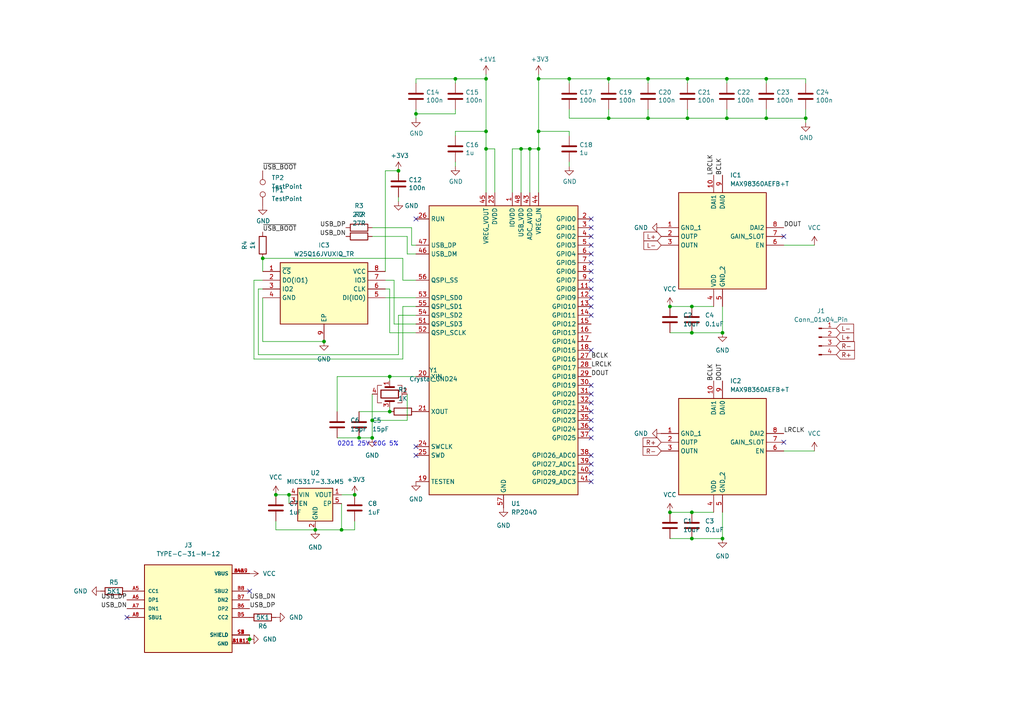
<source format=kicad_sch>
(kicad_sch (version 20230121) (generator eeschema)
  (paper "A4")
  (lib_symbols
    (symbol "Connector:Conn_01x04_Pin" (pin_names (offset 1.016) hide)
      (property "Reference" "J" (at 0 5.08 0))
      (property "Value" "Conn_01x04_Pin" (at 0 -7.62 0))
      (symbol "Conn_01x04_Pin_1_1"
        (polyline (pts (xy 1.27 -5.08) (xy 0.8636 -5.08)) (stroke (width 0.1524)))
        (polyline (pts (xy 1.27 -2.54) (xy 0.8636 -2.54)) (stroke (width 0.1524)))
        (polyline (pts (xy 1.27 0) (xy 0.8636 0)) (stroke (width 0.1524)))
        (polyline (pts (xy 1.27 2.54) (xy 0.8636 2.54)) (stroke (width 0.1524)))
        (rectangle (start 0.8636 -4.953) (end 0 -5.207) (stroke (width 0.1524)) (fill (type outline)))
        (rectangle (start 0.8636 -2.413) (end 0 -2.667) (stroke (width 0.1524)) (fill (type outline)))
        (rectangle (start 0.8636 0.127) (end 0 -0.127) (stroke (width 0.1524)) (fill (type outline)))
        (rectangle (start 0.8636 2.667) (end 0 2.413) (stroke (width 0.1524)) (fill (type outline)))
        (pin passive line (at 5.08 2.54 180) (length 3.81) (name "Pin_1") (number "1"))
        (pin passive line (at 5.08 0 180) (length 3.81) (name "Pin_2") (number "2"))
        (pin passive line (at 5.08 -2.54 180) (length 3.81) (name "Pin_3") (number "3"))
        (pin passive line (at 5.08 -5.08 180) (length 3.81) (name "Pin_4") (number "4"))
      )
    )
    (symbol "Connector:TestPoint" (pin_numbers hide) (pin_names (offset 0.762) hide)
      (property "Reference" "TP" (at 0 6.858 0))
      (property "Value" "TestPoint" (at 0 5.08 0))
      (symbol "TestPoint_0_1"
        (circle (center 0 3.302) (radius 0.762))
      )
      (symbol "TestPoint_1_1"
        (pin passive line (at 0 0 90) (length 2.54) (name "1") (number "1"))
      )
    )
    (symbol "Device:C" (pin_numbers hide) (pin_names (offset 0.254))
      (property "Reference" "C" (at 0.635 2.54 0))
      (property "Value" "C" (at 0.635 -2.54 0))
      (symbol "C_0_1"
        (polyline (pts (xy -2.032 -0.762) (xy 2.032 -0.762)) (stroke (width 0.508)))
        (polyline (pts (xy -2.032 0.762) (xy 2.032 0.762)) (stroke (width 0.508)))
      )
      (symbol "C_1_1"
        (pin passive line (at 0 3.81 270) (length 2.794) (name "~") (number "1"))
        (pin passive line (at 0 -3.81 90) (length 2.794) (name "~") (number "2"))
      )
    )
    (symbol "Device:Crystal_GND24" (pin_names (offset 1.016) hide)
      (property "Reference" "Y" (at 3.175 5.08 0))
      (property "Value" "Crystal_GND24" (at 3.175 3.175 0))
      (symbol "Crystal_GND24_0_1"
        (rectangle (start -1.143 2.54) (end 1.143 -2.54) (stroke (width 0.3048)))
        (polyline (pts (xy -2.54 0) (xy -2.032 0)))
        (polyline (pts (xy -2.032 -1.27) (xy -2.032 1.27)) (stroke (width 0.508)))
        (polyline (pts (xy 0 -3.81) (xy 0 -3.556)))
        (polyline (pts (xy 0 3.556) (xy 0 3.81)))
        (polyline (pts (xy 2.032 -1.27) (xy 2.032 1.27)) (stroke (width 0.508)))
        (polyline (pts (xy 2.032 0) (xy 2.54 0)))
        (polyline (pts (xy -2.54 -2.286) (xy -2.54 -3.556) (xy 2.54 -3.556) (xy 2.54 -2.286)))
        (polyline (pts (xy -2.54 2.286) (xy -2.54 3.556) (xy 2.54 3.556) (xy 2.54 2.286)))
      )
      (symbol "Crystal_GND24_1_1"
        (pin passive line (at -3.81 0 0) (length 1.27) (name "1") (number "1"))
        (pin passive line (at 0 5.08 270) (length 1.27) (name "2") (number "2"))
        (pin passive line (at 3.81 0 180) (length 1.27) (name "3") (number "3"))
        (pin passive line (at 0 -5.08 90) (length 1.27) (name "4") (number "4"))
      )
    )
    (symbol "Device:R" (pin_numbers hide) (pin_names (offset 0))
      (property "Reference" "R" (at 2.032 0 90))
      (property "Value" "R" (at 0 0 90))
      (symbol "R_0_1"
        (rectangle (start -1.016 -2.54) (end 1.016 2.54) (stroke (width 0.254)))
      )
      (symbol "R_1_1"
        (pin passive line (at 0 3.81 270) (length 1.27) (name "~") (number "1"))
        (pin passive line (at 0 -3.81 90) (length 1.27) (name "~") (number "2"))
      )
    )
    (symbol "MCU_RaspberryPi:RP2040"
      (property "Reference" "U" (at 17.78 45.72 0))
      (property "Value" "RP2040" (at 17.78 43.18 0))
      (symbol "RP2040_0_1"
        (rectangle (start -21.59 41.91) (end 21.59 -41.91) (stroke (width 0.254)) (fill (type background)))
      )
      (symbol "RP2040_1_1"
        (pin power_in line (at 2.54 45.72 270) (length 3.81) (name "IOVDD") (number "1"))
        (pin passive line (at 2.54 45.72 270) (length 3.81) hide (name "IOVDD") (number "10"))
        (pin bidirectional line (at 25.4 17.78 180) (length 3.81) (name "GPIO8") (number "11"))
        (pin bidirectional line (at 25.4 15.24 180) (length 3.81) (name "GPIO9") (number "12"))
        (pin bidirectional line (at 25.4 12.7 180) (length 3.81) (name "GPIO10") (number "13"))
        (pin bidirectional line (at 25.4 10.16 180) (length 3.81) (name "GPIO11") (number "14"))
        (pin bidirectional line (at 25.4 7.62 180) (length 3.81) (name "GPIO12") (number "15"))
        (pin bidirectional line (at 25.4 5.08 180) (length 3.81) (name "GPIO13") (number "16"))
        (pin bidirectional line (at 25.4 2.54 180) (length 3.81) (name "GPIO14") (number "17"))
        (pin bidirectional line (at 25.4 0 180) (length 3.81) (name "GPIO15") (number "18"))
        (pin input line (at -25.4 -38.1 0) (length 3.81) (name "TESTEN") (number "19"))
        (pin bidirectional line (at 25.4 38.1 180) (length 3.81) (name "GPIO0") (number "2"))
        (pin input line (at -25.4 -7.62 0) (length 3.81) (name "XIN") (number "20"))
        (pin passive line (at -25.4 -17.78 0) (length 3.81) (name "XOUT") (number "21"))
        (pin passive line (at 2.54 45.72 270) (length 3.81) hide (name "IOVDD") (number "22"))
        (pin power_in line (at -2.54 45.72 270) (length 3.81) (name "DVDD") (number "23"))
        (pin input line (at -25.4 -27.94 0) (length 3.81) (name "SWCLK") (number "24"))
        (pin bidirectional line (at -25.4 -30.48 0) (length 3.81) (name "SWD") (number "25"))
        (pin input line (at -25.4 38.1 0) (length 3.81) (name "RUN") (number "26"))
        (pin bidirectional line (at 25.4 -2.54 180) (length 3.81) (name "GPIO16") (number "27"))
        (pin bidirectional line (at 25.4 -5.08 180) (length 3.81) (name "GPIO17") (number "28"))
        (pin bidirectional line (at 25.4 -7.62 180) (length 3.81) (name "GPIO18") (number "29"))
        (pin bidirectional line (at 25.4 35.56 180) (length 3.81) (name "GPIO1") (number "3"))
        (pin bidirectional line (at 25.4 -10.16 180) (length 3.81) (name "GPIO19") (number "30"))
        (pin bidirectional line (at 25.4 -12.7 180) (length 3.81) (name "GPIO20") (number "31"))
        (pin bidirectional line (at 25.4 -15.24 180) (length 3.81) (name "GPIO21") (number "32"))
        (pin passive line (at 2.54 45.72 270) (length 3.81) hide (name "IOVDD") (number "33"))
        (pin bidirectional line (at 25.4 -17.78 180) (length 3.81) (name "GPIO22") (number "34"))
        (pin bidirectional line (at 25.4 -20.32 180) (length 3.81) (name "GPIO23") (number "35"))
        (pin bidirectional line (at 25.4 -22.86 180) (length 3.81) (name "GPIO24") (number "36"))
        (pin bidirectional line (at 25.4 -25.4 180) (length 3.81) (name "GPIO25") (number "37"))
        (pin bidirectional line (at 25.4 -30.48 180) (length 3.81) (name "GPIO26_ADC0") (number "38"))
        (pin bidirectional line (at 25.4 -33.02 180) (length 3.81) (name "GPIO27_ADC1") (number "39"))
        (pin bidirectional line (at 25.4 33.02 180) (length 3.81) (name "GPIO2") (number "4"))
        (pin bidirectional line (at 25.4 -35.56 180) (length 3.81) (name "GPIO28_ADC2") (number "40"))
        (pin bidirectional line (at 25.4 -38.1 180) (length 3.81) (name "GPIO29_ADC3") (number "41"))
        (pin passive line (at 2.54 45.72 270) (length 3.81) hide (name "IOVDD") (number "42"))
        (pin power_in line (at 7.62 45.72 270) (length 3.81) (name "ADC_AVDD") (number "43"))
        (pin power_in line (at 10.16 45.72 270) (length 3.81) (name "VREG_IN") (number "44"))
        (pin power_out line (at -5.08 45.72 270) (length 3.81) (name "VREG_VOUT") (number "45"))
        (pin bidirectional line (at -25.4 27.94 0) (length 3.81) (name "USB_DM") (number "46"))
        (pin bidirectional line (at -25.4 30.48 0) (length 3.81) (name "USB_DP") (number "47"))
        (pin power_in line (at 5.08 45.72 270) (length 3.81) (name "USB_VDD") (number "48"))
        (pin passive line (at 2.54 45.72 270) (length 3.81) hide (name "IOVDD") (number "49"))
        (pin bidirectional line (at 25.4 30.48 180) (length 3.81) (name "GPIO3") (number "5"))
        (pin passive line (at -2.54 45.72 270) (length 3.81) hide (name "DVDD") (number "50"))
        (pin bidirectional line (at -25.4 7.62 0) (length 3.81) (name "QSPI_SD3") (number "51"))
        (pin output line (at -25.4 5.08 0) (length 3.81) (name "QSPI_SCLK") (number "52"))
        (pin bidirectional line (at -25.4 15.24 0) (length 3.81) (name "QSPI_SD0") (number "53"))
        (pin bidirectional line (at -25.4 10.16 0) (length 3.81) (name "QSPI_SD2") (number "54"))
        (pin bidirectional line (at -25.4 12.7 0) (length 3.81) (name "QSPI_SD1") (number "55"))
        (pin bidirectional line (at -25.4 20.32 0) (length 3.81) (name "QSPI_SS") (number "56"))
        (pin power_in line (at 0 -45.72 90) (length 3.81) (name "GND") (number "57"))
        (pin bidirectional line (at 25.4 27.94 180) (length 3.81) (name "GPIO4") (number "6"))
        (pin bidirectional line (at 25.4 25.4 180) (length 3.81) (name "GPIO5") (number "7"))
        (pin bidirectional line (at 25.4 22.86 180) (length 3.81) (name "GPIO6") (number "8"))
        (pin bidirectional line (at 25.4 20.32 180) (length 3.81) (name "GPIO7") (number "9"))
      )
    )
    (symbol "Regulator_Linear:MIC5317-3.3xM5" (pin_names (offset 0.254))
      (property "Reference" "U2" (at 0 8.89 0))
      (property "Value" "MIC5317-3.3xM5" (at 0 6.35 0))
      (symbol "MIC5317-3.3xM5_0_1"
        (rectangle (start -5.08 4.445) (end 5.08 -5.08) (stroke (width 0.254)) (fill (type background)))
      )
      (symbol "MIC5317-3.3xM5_1_1"
        (pin power_out line (at 7.62 2.54 180) (length 2.54) (name "VOUT") (number "1"))
        (pin power_in line (at 0 -7.62 90) (length 2.54) (name "GND") (number "2"))
        (pin input line (at -7.62 0 0) (length 2.54) (name "EN") (number "3"))
        (pin power_in line (at -7.62 2.54 0) (length 2.54) (name "VIN") (number "4"))
        (pin free line (at 7.62 0 180) (length 2.54) (name "EP") (number "5"))
      )
    )
    (symbol "SamacSys_Parts:MAX98360AEFB+T"
      (property "Reference" "IC" (at 31.75 15.24 0))
      (property "Value" "MAX98360AEFB+T" (at 31.75 12.7 0))
      (symbol "MAX98360AEFB+T_1_1"
        (rectangle (start 5.08 10.16) (end 30.48 -17.78) (stroke (width 0.254)) (fill (type background)))
        (pin passive line (at 0 0 0) (length 5.08) (name "GND_1") (number "1"))
        (pin passive line (at 15.24 15.24 270) (length 5.08) (name "DAI1") (number "10"))
        (pin passive line (at 0 -2.54 0) (length 5.08) (name "OUTP") (number "2"))
        (pin passive line (at 0 -5.08 0) (length 5.08) (name "OUTN") (number "3"))
        (pin passive line (at 15.24 -22.86 90) (length 5.08) (name "VDD") (number "4"))
        (pin passive line (at 17.78 -22.86 90) (length 5.08) (name "GND_2") (number "5"))
        (pin passive line (at 35.56 -5.08 180) (length 5.08) (name "EN") (number "6"))
        (pin passive line (at 35.56 -2.54 180) (length 5.08) (name "GAIN_SLOT") (number "7"))
        (pin passive line (at 35.56 0 180) (length 5.08) (name "DAI2") (number "8"))
        (pin passive line (at 17.78 15.24 270) (length 5.08) (name "DAI0") (number "9"))
      )
    )
    (symbol "SamacSys_Parts:W25Q16JVUXIQ_TR"
      (property "Reference" "IC" (at 31.75 7.62 0))
      (property "Value" "W25Q16JVUXIQ_TR" (at 31.75 5.08 0))
      (symbol "W25Q16JVUXIQ_TR_1_1"
        (rectangle (start 5.08 2.54) (end 30.48 -15.24) (stroke (width 0.254)) (fill (type background)))
        (pin passive line (at 0 0 0) (length 5.08) (name "~{CS}") (number "1"))
        (pin passive line (at 0 -2.54 0) (length 5.08) (name "DO(IO1)") (number "2"))
        (pin passive line (at 0 -5.08 0) (length 5.08) (name "IO2") (number "3"))
        (pin passive line (at 0 -7.62 0) (length 5.08) (name "GND") (number "4"))
        (pin passive line (at 35.56 -7.62 180) (length 5.08) (name "DI(IO0)") (number "5"))
        (pin passive line (at 35.56 -5.08 180) (length 5.08) (name "CLK") (number "6"))
        (pin passive line (at 35.56 -2.54 180) (length 5.08) (name "IO3") (number "7"))
        (pin passive line (at 35.56 0 180) (length 5.08) (name "VCC") (number "8"))
        (pin passive line (at 17.78 -20.32 90) (length 5.08) (name "EP") (number "9"))
      )
    )
    (symbol "TYPE-C-31-M-12:TYPE-C-31-M-12" (pin_names (offset 1.016))
      (property "Reference" "J" (at -12.7 13.462 0))
      (property "Value" "TYPE-C-31-M-12" (at -12.7 -13.462 0))
      (symbol "TYPE-C-31-M-12_0_0"
        (rectangle (start -12.7 -12.7) (end 12.7 12.7) (stroke (width 0.254)) (fill (type background)))
        (pin power_in line (at 17.78 -10.16 180) (length 5.08) (name "GND") (number "A1B12"))
        (pin power_in line (at 17.78 10.16 180) (length 5.08) (name "VBUS") (number "A4B9"))
        (pin bidirectional line (at -17.78 5.08 0) (length 5.08) (name "CC1") (number "A5"))
        (pin bidirectional line (at -17.78 2.54 0) (length 5.08) (name "DP1") (number "A6"))
        (pin bidirectional line (at -17.78 0 0) (length 5.08) (name "DN1") (number "A7"))
        (pin bidirectional line (at -17.78 -2.54 0) (length 5.08) (name "SBU1") (number "A8"))
        (pin power_in line (at 17.78 -10.16 180) (length 5.08) (name "GND") (number "B1A12"))
        (pin power_in line (at 17.78 10.16 180) (length 5.08) (name "VBUS") (number "B4A9"))
        (pin bidirectional line (at 17.78 -2.54 180) (length 5.08) (name "CC2") (number "B5"))
        (pin bidirectional line (at 17.78 0 180) (length 5.08) (name "DP2") (number "B6"))
        (pin bidirectional line (at 17.78 2.54 180) (length 5.08) (name "DN2") (number "B7"))
        (pin bidirectional line (at 17.78 5.08 180) (length 5.08) (name "SBU2") (number "B8"))
        (pin passive line (at 17.78 -7.62 180) (length 5.08) (name "SHIELD") (number "S1"))
        (pin passive line (at 17.78 -7.62 180) (length 5.08) (name "SHIELD") (number "S2"))
        (pin passive line (at 17.78 -7.62 180) (length 5.08) (name "SHIELD") (number "S3"))
        (pin passive line (at 17.78 -7.62 180) (length 5.08) (name "SHIELD") (number "S4"))
      )
    )
    (symbol "power:+1V1" (power) (pin_names (offset 0))
      (property "Value" "+1V1" (at 0 3.556 0))
      (symbol "+1V1_0_1"
        (polyline (pts (xy -0.762 1.27) (xy 0 2.54)))
        (polyline (pts (xy 0 0) (xy 0 2.54)))
        (polyline (pts (xy 0 2.54) (xy 0.762 1.27)))
      )
      (symbol "+1V1_1_1"
        (pin power_in line (at 0 0 90) (length 0) hide (name "+1V1") (number "1"))
      )
    )
    (symbol "power:+3V3" (power) (pin_names (offset 0))
      (property "Value" "+3V3" (at 0 3.556 0))
      (symbol "+3V3_0_1"
        (polyline (pts (xy -0.762 1.27) (xy 0 2.54)))
        (polyline (pts (xy 0 0) (xy 0 2.54)))
        (polyline (pts (xy 0 2.54) (xy 0.762 1.27)))
      )
      (symbol "+3V3_1_1"
        (pin power_in line (at 0 0 90) (length 0) hide (name "+3V3") (number "1"))
      )
    )
    (symbol "power:GND" (power) (pin_names (offset 0))
      (property "Value" "GND" (at 0 -3.81 0))
      (symbol "GND_0_1"
        (polyline (pts (xy 0 0) (xy 0 -1.27) (xy 1.27 -1.27) (xy 0 -2.54) (xy -1.27 -1.27) (xy 0 -1.27)))
      )
      (symbol "GND_1_1"
        (pin power_in line (at 0 0 270) (length 0) hide (name "GND") (number "1"))
      )
    )
    (symbol "power:VCC" (power) (pin_names (offset 0))
      (property "Value" "VCC" (at 0 3.81 0))
      (symbol "VCC_0_1"
        (polyline (pts (xy -0.762 1.27) (xy 0 2.54)))
        (polyline (pts (xy 0 0) (xy 0 2.54)))
        (polyline (pts (xy 0 2.54) (xy 0.762 1.27)))
      )
      (symbol "VCC_1_1"
        (pin power_in line (at 0 0 90) (length 0) hide (name "VCC") (number "1"))
      )
    )
  )
  (junction (at 93.98 99.06))
  (junction (at 107.95 127))
  (junction (at 151.13 43.18))
  (junction (at 113.03 119.38))
  (junction (at 200.66 148.59))
  (junction (at 165.1 22.86))
  (junction (at 209.55 96.52))
  (junction (at 209.55 156.21))
  (junction (at 199.39 22.86))
  (junction (at 187.96 22.86))
  (junction (at 153.67 43.18))
  (junction (at 200.66 156.21))
  (junction (at 222.25 34.29))
  (junction (at 91.44 153.67))
  (junction (at 210.82 22.86))
  (junction (at 194.31 88.9))
  (junction (at 120.65 33.02))
  (junction (at 115.57 49.53))
  (junction (at 102.87 143.51))
  (junction (at 199.39 34.29))
  (junction (at 104.14 127))
  (junction (at 194.31 148.59))
  (junction (at 107.95 121.92))
  (junction (at 72.39 185.42))
  (junction (at 156.21 38.1))
  (junction (at 187.96 34.29))
  (junction (at 83.82 143.51))
  (junction (at 176.53 22.86))
  (junction (at 176.53 34.29))
  (junction (at 132.08 22.86))
  (junction (at 156.21 22.86))
  (junction (at 210.82 34.29))
  (junction (at 222.25 22.86))
  (junction (at 140.97 22.86))
  (junction (at 99.06 153.67))
  (junction (at 200.66 88.9))
  (junction (at 140.97 38.1))
  (junction (at 80.01 143.51))
  (junction (at 233.68 34.29))
  (junction (at 140.97 43.18))
  (junction (at 76.2 74.93))
  (junction (at 156.21 43.18))
  (junction (at 113.03 109.22))
  (junction (at 200.66 96.52))
  (no_connect (at 171.45 71.12))
  (no_connect (at 171.45 76.2))
  (no_connect (at 171.45 66.04))
  (no_connect (at 171.45 63.5))
  (no_connect (at 171.45 121.92))
  (no_connect (at 120.65 129.54))
  (no_connect (at 171.45 83.82))
  (no_connect (at 227.33 128.27))
  (no_connect (at 171.45 111.76))
  (no_connect (at 171.45 134.62))
  (no_connect (at 171.45 114.3))
  (no_connect (at 171.45 73.66))
  (no_connect (at 171.45 91.44))
  (no_connect (at 171.45 119.38))
  (no_connect (at 171.45 86.36))
  (no_connect (at 171.45 78.74))
  (no_connect (at 171.45 124.46))
  (no_connect (at 171.45 127))
  (no_connect (at 72.39 171.45))
  (no_connect (at 171.45 81.28))
  (no_connect (at 171.45 88.9))
  (no_connect (at 171.45 139.7))
  (no_connect (at 171.45 101.6))
  (no_connect (at 120.65 63.5))
  (no_connect (at 36.83 179.07))
  (no_connect (at 171.45 132.08))
  (no_connect (at 171.45 116.84))
  (no_connect (at 120.65 132.08))
  (no_connect (at 171.45 68.58))
  (no_connect (at 171.45 137.16))
  (no_connect (at 227.33 68.58))
  (wire (pts (xy 165.1 24.13) (xy 165.1 22.86)))
  (wire (pts (xy 227.33 71.12) (xy 236.22 71.12)))
  (wire (pts (xy 97.79 119.38) (xy 97.79 109.22)))
  (wire (pts (xy 120.65 81.28) (xy 116.84 81.28)))
  (wire (pts (xy 200.66 88.9) (xy 207.01 88.9)))
  (wire (pts (xy 165.1 31.75) (xy 165.1 34.29)))
  (wire (pts (xy 210.82 31.75) (xy 210.82 34.29)))
  (wire (pts (xy 118.11 68.58) (xy 107.95 68.58)))
  (wire (pts (xy 200.66 96.52) (xy 209.55 96.52)))
  (wire (pts (xy 120.65 22.86) (xy 132.08 22.86)))
  (wire (pts (xy 97.79 127) (xy 104.14 127)))
  (wire (pts (xy 200.66 156.21) (xy 209.55 156.21)))
  (wire (pts (xy 76.2 86.36) (xy 76.2 99.06)))
  (wire (pts (xy 199.39 24.13) (xy 199.39 22.86)))
  (wire (pts (xy 119.38 66.04) (xy 119.38 71.12)))
  (wire (pts (xy 120.65 109.22) (xy 113.03 109.22)))
  (wire (pts (xy 104.14 119.38) (xy 113.03 119.38)))
  (wire (pts (xy 104.14 127) (xy 107.95 127)))
  (wire (pts (xy 111.76 49.53) (xy 111.76 78.74)))
  (wire (pts (xy 111.76 49.53) (xy 115.57 49.53)))
  (wire (pts (xy 233.68 31.75) (xy 233.68 34.29)))
  (wire (pts (xy 140.97 43.18) (xy 140.97 55.88)))
  (wire (pts (xy 194.31 88.9) (xy 200.66 88.9)))
  (wire (pts (xy 132.08 33.02) (xy 132.08 31.75)))
  (wire (pts (xy 187.96 24.13) (xy 187.96 22.86)))
  (wire (pts (xy 156.21 38.1) (xy 165.1 38.1)))
  (wire (pts (xy 153.67 55.88) (xy 153.67 43.18)))
  (wire (pts (xy 107.95 127) (xy 107.95 121.92)))
  (wire (pts (xy 120.65 31.75) (xy 120.65 33.02)))
  (wire (pts (xy 222.25 34.29) (xy 233.68 34.29)))
  (wire (pts (xy 156.21 21.59) (xy 156.21 22.86)))
  (wire (pts (xy 116.84 74.93) (xy 76.2 74.93)))
  (wire (pts (xy 187.96 31.75) (xy 187.96 34.29)))
  (wire (pts (xy 151.13 55.88) (xy 151.13 43.18)))
  (wire (pts (xy 113.03 83.82) (xy 111.76 83.82)))
  (wire (pts (xy 115.57 102.87) (xy 115.57 91.44)))
  (wire (pts (xy 120.65 33.02) (xy 120.65 34.29)))
  (wire (pts (xy 74.93 102.87) (xy 115.57 102.87)))
  (wire (pts (xy 132.08 24.13) (xy 132.08 22.86)))
  (wire (pts (xy 151.13 43.18) (xy 153.67 43.18)))
  (wire (pts (xy 115.57 91.44) (xy 120.65 91.44)))
  (wire (pts (xy 113.03 119.38) (xy 113.03 118.11)))
  (wire (pts (xy 120.65 96.52) (xy 113.03 96.52)))
  (wire (pts (xy 113.03 96.52) (xy 113.03 83.82)))
  (wire (pts (xy 116.84 104.14) (xy 73.66 104.14)))
  (wire (pts (xy 120.65 88.9) (xy 116.84 88.9)))
  (wire (pts (xy 80.01 153.67) (xy 91.44 153.67)))
  (wire (pts (xy 176.53 22.86) (xy 187.96 22.86)))
  (wire (pts (xy 72.39 185.42) (xy 72.39 186.69)))
  (wire (pts (xy 176.53 34.29) (xy 165.1 34.29)))
  (wire (pts (xy 132.08 39.37) (xy 132.08 38.1)))
  (wire (pts (xy 118.11 73.66) (xy 118.11 68.58)))
  (wire (pts (xy 165.1 46.99) (xy 165.1 48.26)))
  (wire (pts (xy 111.76 81.28) (xy 114.3 81.28)))
  (wire (pts (xy 91.44 153.67) (xy 99.06 153.67)))
  (wire (pts (xy 143.51 43.18) (xy 140.97 43.18)))
  (wire (pts (xy 132.08 22.86) (xy 140.97 22.86)))
  (wire (pts (xy 140.97 38.1) (xy 140.97 43.18)))
  (wire (pts (xy 156.21 22.86) (xy 156.21 38.1)))
  (wire (pts (xy 165.1 39.37) (xy 165.1 38.1)))
  (wire (pts (xy 74.93 83.82) (xy 74.93 102.87)))
  (wire (pts (xy 143.51 55.88) (xy 143.51 43.18)))
  (wire (pts (xy 148.59 55.88) (xy 148.59 43.18)))
  (wire (pts (xy 99.06 153.67) (xy 102.87 153.67)))
  (wire (pts (xy 114.3 93.98) (xy 120.65 93.98)))
  (wire (pts (xy 222.25 24.13) (xy 222.25 22.86)))
  (wire (pts (xy 83.82 143.51) (xy 83.82 146.05)))
  (wire (pts (xy 140.97 22.86) (xy 140.97 38.1)))
  (wire (pts (xy 120.65 24.13) (xy 120.65 22.86)))
  (wire (pts (xy 194.31 148.59) (xy 200.66 148.59)))
  (wire (pts (xy 80.01 143.51) (xy 83.82 143.51)))
  (wire (pts (xy 115.57 57.15) (xy 115.57 58.42)))
  (wire (pts (xy 72.39 184.15) (xy 72.39 185.42)))
  (wire (pts (xy 119.38 71.12) (xy 120.65 71.12)))
  (wire (pts (xy 120.65 33.02) (xy 132.08 33.02)))
  (wire (pts (xy 140.97 21.59) (xy 140.97 22.86)))
  (wire (pts (xy 132.08 46.99) (xy 132.08 48.26)))
  (wire (pts (xy 153.67 43.18) (xy 156.21 43.18)))
  (wire (pts (xy 99.06 146.05) (xy 99.06 153.67)))
  (wire (pts (xy 80.01 151.13) (xy 80.01 153.67)))
  (wire (pts (xy 187.96 34.29) (xy 176.53 34.29)))
  (wire (pts (xy 156.21 38.1) (xy 156.21 43.18)))
  (wire (pts (xy 222.25 34.29) (xy 210.82 34.29)))
  (wire (pts (xy 73.66 104.14) (xy 73.66 81.28)))
  (wire (pts (xy 210.82 34.29) (xy 199.39 34.29)))
  (wire (pts (xy 199.39 31.75) (xy 199.39 34.29)))
  (wire (pts (xy 148.59 43.18) (xy 151.13 43.18)))
  (wire (pts (xy 210.82 22.86) (xy 222.25 22.86)))
  (wire (pts (xy 194.31 156.21) (xy 200.66 156.21)))
  (wire (pts (xy 200.66 148.59) (xy 207.01 148.59)))
  (wire (pts (xy 199.39 34.29) (xy 187.96 34.29)))
  (wire (pts (xy 99.06 143.51) (xy 102.87 143.51)))
  (wire (pts (xy 114.3 81.28) (xy 114.3 93.98)))
  (wire (pts (xy 107.95 114.3) (xy 107.95 121.92)))
  (wire (pts (xy 107.95 66.04) (xy 119.38 66.04)))
  (wire (pts (xy 165.1 22.86) (xy 176.53 22.86)))
  (wire (pts (xy 176.53 24.13) (xy 176.53 22.86)))
  (wire (pts (xy 116.84 81.28) (xy 116.84 74.93)))
  (wire (pts (xy 76.2 74.93) (xy 76.2 78.74)))
  (wire (pts (xy 156.21 43.18) (xy 156.21 55.88)))
  (wire (pts (xy 111.76 86.36) (xy 120.65 86.36)))
  (wire (pts (xy 187.96 22.86) (xy 199.39 22.86)))
  (wire (pts (xy 222.25 22.86) (xy 233.68 22.86)))
  (wire (pts (xy 107.95 121.92) (xy 118.11 121.92)))
  (wire (pts (xy 120.65 73.66) (xy 118.11 73.66)))
  (wire (pts (xy 233.68 34.29) (xy 233.68 35.56)))
  (wire (pts (xy 233.68 24.13) (xy 233.68 22.86)))
  (wire (pts (xy 194.31 96.52) (xy 200.66 96.52)))
  (wire (pts (xy 132.08 38.1) (xy 140.97 38.1)))
  (wire (pts (xy 116.84 88.9) (xy 116.84 104.14)))
  (wire (pts (xy 222.25 31.75) (xy 222.25 34.29)))
  (wire (pts (xy 199.39 22.86) (xy 210.82 22.86)))
  (wire (pts (xy 209.55 156.21) (xy 209.55 148.59)))
  (wire (pts (xy 210.82 24.13) (xy 210.82 22.86)))
  (wire (pts (xy 97.79 109.22) (xy 113.03 109.22)))
  (wire (pts (xy 76.2 83.82) (xy 74.93 83.82)))
  (wire (pts (xy 113.03 109.22) (xy 113.03 110.49)))
  (wire (pts (xy 93.98 99.06) (xy 76.2 99.06)))
  (wire (pts (xy 102.87 153.67) (xy 102.87 151.13)))
  (wire (pts (xy 118.11 114.3) (xy 118.11 121.92)))
  (wire (pts (xy 227.33 130.81) (xy 236.22 130.81)))
  (wire (pts (xy 156.21 22.86) (xy 165.1 22.86)))
  (wire (pts (xy 176.53 31.75) (xy 176.53 34.29)))
  (wire (pts (xy 73.66 81.28) (xy 76.2 81.28)))
  (wire (pts (xy 209.55 96.52) (xy 209.55 88.9)))
  (text "0201 25V C0G 5%" (at 97.79 129.54 0) (effects (font (size 1.27 1.27)) (justify left bottom)))
  (label "BCLK" (at 171.45 104.14 0))
  (label "USB_DN" (at 72.39 173.99 0))
  (label "DOUT" (at 227.33 66.04 0))
  (label "~{USB_BOOT}" (at 76.2 49.53 0))
  (label "USB_DN" (at 100.33 68.58 180))
  (label "~{USB_BOOT}" (at 76.2 67.31 0))
  (label "USB_DP" (at 36.83 173.99 180))
  (label "DOUT" (at 171.45 109.22 0))
  (label "LRCLK" (at 207.01 50.8 90))
  (label "LRCLK" (at 227.33 125.73 0))
  (label "USB_DN" (at 36.83 176.53 180))
  (label "BCLK" (at 207.01 110.49 90))
  (label "USB_DP" (at 72.39 176.53 0))
  (label "LRCLK" (at 171.45 106.68 0))
  (label "USB_DP" (at 100.33 66.04 180))
  (label "BCLK" (at 209.55 50.8 90))
  (label "DOUT" (at 209.55 110.49 90))
  (global_label "R+" (shape input) (at 191.77 128.27 180) (property "Intersheetrefs" "${INTERSHEET_REFS}" (effects hide)))
  (global_label "L-" (shape input) (at 191.77 71.12 180) (property "Intersheetrefs" "${INTERSHEET_REFS}" (effects hide)))
  (global_label "R+" (shape input) (at 242.57 102.87 0) (property "Intersheetrefs" "${INTERSHEET_REFS}" (effects hide)))
  (global_label "R-" (shape input) (at 242.57 100.33 0) (property "Intersheetrefs" "${INTERSHEET_REFS}" (effects hide)))
  (global_label "R-" (shape input) (at 191.77 130.81 180) (property "Intersheetrefs" "${INTERSHEET_REFS}" (effects hide)))
  (global_label "L-" (shape input) (at 242.57 95.25 0) (property "Intersheetrefs" "${INTERSHEET_REFS}" (effects hide)))
  (global_label "L+" (shape input) (at 191.77 68.58 180) (property "Intersheetrefs" "${INTERSHEET_REFS}" (effects hide)))
  (global_label "L+" (shape input) (at 242.57 97.79 0) (property "Intersheetrefs" "${INTERSHEET_REFS}" (effects hide)))
  (symbol (lib_id "Device:C") (at 233.68 27.94 0) (unit 1)
    (property "Reference" "C24" (at 236.601 26.7716 0) (effects (justify left)))
    (property "Value" "100n" (at 236.601 29.083 0) (effects (justify left)))
    (property "Footprint" "Capacitor_SMD:C_0201_0603Metric" (effects hide))
  )
  (symbol (lib_id "power:GND") (at 72.39 185.42 90) (unit 1)
    (property "Reference" "#PWR06" (effects hide))
    (property "Value" "GND" (at 76.2 185.4199 90) (effects (justify right)))
  )
  (symbol (lib_id "Device:C") (at 187.96 27.94 0) (unit 1)
    (property "Reference" "C20" (at 190.881 26.7716 0) (effects (justify left)))
    (property "Value" "100n" (at 190.881 29.083 0) (effects (justify left)))
    (property "Footprint" "Capacitor_SMD:C_0201_0603Metric" (effects hide))
  )
  (symbol (lib_id "Device:Crystal_GND24") (at 113.03 114.3 270) (unit 1)
    (property "Reference" "Y1" (at 125.73 107.3719 90))
    (property "Value" "Crystal_GND24" (at 125.73 109.9119 90))
    (property "Footprint" "Crystal:Crystal_SMD_3225-4Pin_3.2x2.5mm" (effects hide))
  )
  (symbol (lib_id "Device:R") (at 76.2 179.07 90) (unit 1)
    (property "Reference" "R6" (at 76.2 181.61 90))
    (property "Value" "5K1" (at 76.2 179.07 90))
    (property "Footprint" "Resistor_SMD:R_0201_0603Metric" (effects hide))
    (property "LCSC" "C274341" (effects hide))
  )
  (symbol (lib_id "power:GND") (at 233.68 35.56 0) (unit 1)
    (property "Reference" "#PWR035" (effects hide))
    (property "Value" "GND" (at 233.807 39.9542 0))
  )
  (symbol (lib_id "power:GND") (at 115.57 58.42 0) (unit 1)
    (property "Reference" "#PWR025" (effects hide))
    (property "Value" "GND" (at 119.38 59.69 0))
  )
  (symbol (lib_id "Device:C") (at 132.08 27.94 0) (unit 1)
    (property "Reference" "C15" (at 135.001 26.7716 0) (effects (justify left)))
    (property "Value" "100n" (at 135.001 29.083 0) (effects (justify left)))
    (property "Footprint" "Capacitor_SMD:C_0201_0603Metric" (effects hide))
  )
  (symbol (lib_id "power:VCC") (at 72.39 166.37 270) (unit 1)
    (property "Reference" "#PWR020" (effects hide))
    (property "Value" "VCC" (at 76.2 166.37 90) (effects (justify left)))
  )
  (symbol (lib_id "Device:C") (at 210.82 27.94 0) (unit 1)
    (property "Reference" "C22" (at 213.741 26.7716 0) (effects (justify left)))
    (property "Value" "100n" (at 213.741 29.083 0) (effects (justify left)))
    (property "Footprint" "Capacitor_SMD:C_0201_0603Metric" (effects hide))
  )
  (symbol (lib_id "power:GND") (at 120.65 139.7 0) (unit 1)
    (property "Reference" "#PWR017" (effects hide))
    (property "Value" "GND" (at 120.65 144.78 0))
  )
  (symbol (lib_id "SamacSys_Parts:MAX98360AEFB+T") (at 191.77 66.04 0) (unit 1)
    (property "Reference" "IC1" (at 211.7441 50.8 0) (effects (justify left)))
    (property "Value" "MAX98360AEFB+T" (at 211.7441 53.34 0) (effects (justify left)))
    (property "Footprint" "SamacSys_Parts:MAX98360AEFB" (effects hide))
    (property "Datasheet" "https://www.mouser.jp/datasheet/2/256/MAX98360A-MAX98360D-1839867.pdf" (effects hide))
    (property "Mouser Part Number" "700-MAX98360AEFB+T" (effects hide))
    (property "Mouser Price/Stock" "https://www.mouser.co.uk/ProductDetail/Maxim-Integrated/MAX98360AEFB%2bT?qs=vHuUswq2%252Bsw0l9dGnH5G9w%3D%3D" (effects hide))
    (property "Manufacturer_Name" "Analog Devices" (effects hide))
    (property "Manufacturer_Part_Number" "MAX98360AEFB+T" (effects hide))
  )
  (symbol (lib_id "power:GND") (at 93.98 99.06 0) (unit 1)
    (property "Reference" "#PWR013" (effects hide))
    (property "Value" "GND" (at 93.98 104.14 0))
  )
  (symbol (lib_id "TYPE-C-31-M-12:TYPE-C-31-M-12") (at 54.61 176.53 0) (unit 1)
    (property "Reference" "J3" (at 54.61 158.115 0))
    (property "Value" "TYPE-C-31-M-12" (at 54.61 160.655 0))
    (property "Footprint" "footprint:HRO_TYPE-C-31-M-12" (effects hide))
    (property "MANUFACTURER" "HRO Electronics" (effects hide))
    (property "PARTREV" "A" (effects hide))
    (property "MAXIMUM_PACKAGE_HEIGHT" "3.31mm" (effects hide))
    (property "STANDARD" "Manufacturer Recommendations" (effects hide))
    (property "LCSC" "C165948" (effects hide))
  )
  (symbol (lib_id "Device:R") (at 116.84 119.38 90) (unit 1)
    (property "Reference" "R1" (at 116.84 113.03 90))
    (property "Value" "1K" (at 116.84 115.57 90))
    (property "Footprint" "Resistor_SMD:R_0402_1005Metric" (effects hide))
  )
  (symbol (lib_id "SamacSys_Parts:MAX98360AEFB+T") (at 191.77 125.73 0) (unit 1)
    (property "Reference" "IC2" (at 211.7441 110.49 0) (effects (justify left)))
    (property "Value" "MAX98360AEFB+T" (at 211.7441 113.03 0) (effects (justify left)))
    (property "Footprint" "SamacSys_Parts:MAX98360AEFB" (effects hide))
    (property "Datasheet" "https://www.mouser.jp/datasheet/2/256/MAX98360A-MAX98360D-1839867.pdf" (effects hide))
    (property "Mouser Part Number" "700-MAX98360AEFB+T" (effects hide))
    (property "Mouser Price/Stock" "https://www.mouser.co.uk/ProductDetail/Maxim-Integrated/MAX98360AEFB%2bT?qs=vHuUswq2%252Bsw0l9dGnH5G9w%3D%3D" (effects hide))
    (property "Manufacturer_Name" "Analog Devices" (effects hide))
    (property "Manufacturer_Part_Number" "MAX98360AEFB+T" (effects hide))
    (property "DIGIKEY" "175-MAX98360AEFB+TDKR-ND" (effects hide))
  )
  (symbol (lib_id "Device:C") (at 165.1 43.18 0) (unit 1)
    (property "Reference" "C18" (at 168.021 42.0116 0) (effects (justify left)))
    (property "Value" "1u" (at 168.021 44.323 0) (effects (justify left)))
    (property "Footprint" "Capacitor_SMD:C_0402_1005Metric" (effects hide))
  )
  (symbol (lib_id "Device:C") (at 80.01 147.32 0) (unit 1)
    (property "Reference" "C7" (at 83.82 146.05 0) (effects (justify left)))
    (property "Value" "1uF" (at 83.82 148.59 0) (effects (justify left)))
    (property "Footprint" "Capacitor_SMD:C_0402_1005Metric" (effects hide))
  )
  (symbol (lib_id "power:GND") (at 76.2 59.69 0) (unit 1)
    (property "Reference" "#PWR018" (effects hide))
    (property "Value" "GND" (at 76.327 64.0842 0))
  )
  (symbol (lib_id "Device:R") (at 104.14 66.04 90) (unit 1)
    (property "Reference" "R3" (at 104.14 59.69 90))
    (property "Value" "27R" (at 104.14 62.23 90))
    (property "Footprint" "Resistor_SMD:R_0201_0603Metric" (effects hide))
  )
  (symbol (lib_id "power:VCC") (at 80.01 143.51 0) (unit 1)
    (property "Reference" "#PWR019" (effects hide))
    (property "Value" "VCC" (at 80.01 138.43 0))
  )
  (symbol (lib_id "power:GND") (at 120.65 34.29 0) (unit 1)
    (property "Reference" "#PWR028" (effects hide))
    (property "Value" "GND" (at 120.777 38.6842 0))
  )
  (symbol (lib_id "power:GND") (at 165.1 48.26 0) (unit 1)
    (property "Reference" "#PWR034" (effects hide))
    (property "Value" "GND" (at 165.227 52.6542 0))
  )
  (symbol (lib_id "power:GND") (at 91.44 153.67 0) (unit 1)
    (property "Reference" "#PWR015" (effects hide))
    (property "Value" "GND" (at 91.44 158.75 0))
  )
  (symbol (lib_id "power:GND") (at 132.08 48.26 0) (unit 1)
    (property "Reference" "#PWR029" (effects hide))
    (property "Value" "GND" (at 132.207 52.6542 0))
  )
  (symbol (lib_id "Connector:TestPoint") (at 76.2 49.53 180) (unit 1)
    (property "Reference" "TP2" (at 78.74 51.562 0) (effects (justify right)))
    (property "Value" "TestPoint" (at 78.74 54.102 0) (effects (justify right)))
    (property "Footprint" "TestPoint:TestPoint_Pad_1.0x1.0mm" (effects hide))
  )
  (symbol (lib_id "Device:C") (at 194.31 92.71 0) (unit 1)
    (property "Reference" "C2" (at 198.12 91.44 0) (effects (justify left)))
    (property "Value" "10uF" (at 198.12 93.98 0) (effects (justify left)))
    (property "Footprint" "Capacitor_SMD:C_0603_1608Metric" (effects hide))
  )
  (symbol (lib_id "SamacSys_Parts:W25Q16JVUXIQ_TR") (at 76.2 78.74 0) (unit 1)
    (property "Reference" "IC3" (at 93.98 71.12 0))
    (property "Value" "W25Q16JVUXIQ_TR" (at 93.98 73.66 0))
    (property "Footprint" "SamacSys_Parts:SON50P300X200X60-9N" (effects hide))
    (property "Datasheet" "https://componentsearchengine.com/Datasheets/1/W25Q16JVUXIQ TR.pdf" (effects hide))
    (property "Height" "0.6" (effects hide))
    (property "Mouser Part Number" "454-W25Q16JVUXIQTR" (effects hide))
    (property "Mouser Price/Stock" "https://www.mouser.co.uk/ProductDetail/Winbond/W25Q16JVUXIQ-TR?qs=qSfuJ%252Bfl%2Fd7SDdIHLGOd1g%3D%3D" (effects hide))
    (property "Manufacturer_Name" "Winbond" (effects hide))
    (property "Manufacturer_Part_Number" "W25Q16JVUXIQ TR" (effects hide))
    (property "LCSC" "C2843335" (effects hide))
  )
  (symbol (lib_id "power:GND") (at 191.77 125.73 270) (unit 1)
    (property "Reference" "#PWR02" (effects hide))
    (property "Value" "GND" (at 187.96 125.73 90) (effects (justify right)))
  )
  (symbol (lib_id "Device:C") (at 97.79 123.19 0) (unit 1)
    (property "Reference" "C6" (at 101.6 121.92 0) (effects (justify left)))
    (property "Value" "15pF" (at 101.6 124.46 0) (effects (justify left)))
    (property "Footprint" "Capacitor_SMD:C_0201_0603Metric" (effects hide))
  )
  (symbol (lib_id "Device:C") (at 176.53 27.94 0) (unit 1)
    (property "Reference" "C19" (at 179.451 26.7716 0) (effects (justify left)))
    (property "Value" "100n" (at 179.451 29.083 0) (effects (justify left)))
    (property "Footprint" "Capacitor_SMD:C_0201_0603Metric" (effects hide))
  )
  (symbol (lib_id "power:GND") (at 209.55 156.21 0) (unit 1)
    (property "Reference" "#PWR01" (effects hide))
    (property "Value" "GND" (at 209.55 161.29 0))
  )
  (symbol (lib_id "Device:R") (at 33.02 171.45 90) (unit 1)
    (property "Reference" "R5" (at 33.02 168.91 90))
    (property "Value" "5K1" (at 33.02 171.45 90))
    (property "Footprint" "Resistor_SMD:R_0201_0603Metric" (effects hide))
    (property "LCSC" "C274341" (effects hide))
  )
  (symbol (lib_id "Device:C") (at 200.66 92.71 0) (unit 1)
    (property "Reference" "C4" (at 204.47 91.44 0) (effects (justify left)))
    (property "Value" "0.1uF" (at 204.47 93.98 0) (effects (justify left)))
    (property "Footprint" "Capacitor_SMD:C_0402_1005Metric" (effects hide))
  )
  (symbol (lib_id "Device:C") (at 194.31 152.4 0) (unit 1)
    (property "Reference" "C1" (at 198.12 151.13 0) (effects (justify left)))
    (property "Value" "10uF" (at 198.12 153.67 0) (effects (justify left)))
    (property "Footprint" "Capacitor_SMD:C_0603_1608Metric" (effects hide))
  )
  (symbol (lib_id "Device:C") (at 222.25 27.94 0) (unit 1)
    (property "Reference" "C23" (at 225.171 26.7716 0) (effects (justify left)))
    (property "Value" "100n" (at 225.171 29.083 0) (effects (justify left)))
    (property "Footprint" "Capacitor_SMD:C_0201_0603Metric" (effects hide))
  )
  (symbol (lib_id "Device:C") (at 102.87 147.32 0) (unit 1)
    (property "Reference" "C8" (at 106.68 146.05 0) (effects (justify left)))
    (property "Value" "1uF" (at 106.68 148.59 0) (effects (justify left)))
    (property "Footprint" "Capacitor_SMD:C_0402_1005Metric" (effects hide))
  )
  (symbol (lib_id "power:GND") (at 80.01 179.07 90) (unit 1)
    (property "Reference" "#PWR014" (effects hide))
    (property "Value" "GND" (at 83.82 179.0699 90) (effects (justify right)))
  )
  (symbol (lib_id "power:GND") (at 191.77 66.04 270) (unit 1)
    (property "Reference" "#PWR03" (effects hide))
    (property "Value" "GND" (at 187.96 66.04 90) (effects (justify right)))
  )
  (symbol (lib_id "power:VCC") (at 236.22 71.12 0) (unit 1)
    (property "Reference" "#PWR010" (effects hide))
    (property "Value" "VCC" (at 236.22 66.04 0))
  )
  (symbol (lib_id "Regulator_Linear:MIC5317-3.3xM5") (at 91.44 146.05 0) (unit 1)
    (property "Reference" "U2" (at 91.44 137.16 0))
    (property "Value" "MIC5317-3.3xM5" (at 91.44 139.7 0))
    (property "Footprint" "Package_DFN_QFN:UDFN-4-1EP_1x1mm_P0.65mm_EP0.48x0.48mm" (effects hide))
    (property "Datasheet" "https://ww1.microchip.com/downloads/aemDocuments/documents/OTH/ProductDocuments/DataSheets/MIC5317-High-Performance-Single-150mA-LDO-DS20006195B.pdf" (effects hide))
  )
  (symbol (lib_id "MCU_RaspberryPi:RP2040") (at 146.05 101.6 0) (unit 1)
    (property "Reference" "U1" (at 148.2441 146.05 0) (effects (justify left)))
    (property "Value" "RP2040" (at 148.2441 148.59 0) (effects (justify left)))
    (property "Footprint" "Package_DFN_QFN:QFN-56-1EP_7x7mm_P0.4mm_EP3.2x3.2mm" (effects hide))
    (property "Datasheet" "https://datasheets.raspberrypi.com/rp2040/rp2040-datasheet.pdf" (effects hide))
  )
  (symbol (lib_id "power:+3V3") (at 115.57 49.53 0) (unit 1)
    (property "Reference" "#PWR023" (effects hide))
    (property "Value" "+3V3" (at 115.951 45.1358 0))
  )
  (symbol (lib_id "power:GND") (at 209.55 96.52 0) (unit 1)
    (property "Reference" "#PWR04" (effects hide))
    (property "Value" "GND" (at 209.55 101.6 0))
  )
  (symbol (lib_id "power:+3V3") (at 102.87 143.51 0) (unit 1)
    (property "Reference" "#PWR016" (effects hide))
    (property "Value" "+3V3" (at 103.251 139.1158 0))
  )
  (symbol (lib_id "Connector:TestPoint") (at 76.2 59.69 0) (unit 1)
    (property "Reference" "TP1" (at 78.74 55.118 0) (effects (justify left)))
    (property "Value" "TestPoint" (at 78.74 57.658 0) (effects (justify left)))
    (property "Footprint" "TestPoint:TestPoint_Pad_1.0x1.0mm" (effects hide))
  )
  (symbol (lib_id "Device:C") (at 132.08 43.18 0) (unit 1)
    (property "Reference" "C16" (at 135.001 42.0116 0) (effects (justify left)))
    (property "Value" "1u" (at 135.001 44.323 0) (effects (justify left)))
    (property "Footprint" "Capacitor_SMD:C_0402_1005Metric" (effects hide))
  )
  (symbol (lib_id "Device:C") (at 104.14 123.19 0) (unit 1)
    (property "Reference" "C5" (at 107.95 121.92 0) (effects (justify left)))
    (property "Value" "15pF" (at 107.95 124.46 0) (effects (justify left)))
    (property "Footprint" "Capacitor_SMD:C_0201_0603Metric" (effects hide))
  )
  (symbol (lib_id "power:VCC") (at 236.22 130.81 0) (unit 1)
    (property "Reference" "#PWR09" (effects hide))
    (property "Value" "VCC" (at 236.22 125.73 0))
  )
  (symbol (lib_id "Device:C") (at 115.57 53.34 0) (unit 1)
    (property "Reference" "C12" (at 118.491 52.1716 0) (effects (justify left)))
    (property "Value" "100n" (at 118.491 54.483 0) (effects (justify left)))
    (property "Footprint" "Capacitor_SMD:C_0201_0603Metric" (effects hide))
  )
  (symbol (lib_id "Connector:Conn_01x04_Pin") (at 237.49 97.79 0) (unit 1)
    (property "Reference" "J1" (at 238.125 90.17 0))
    (property "Value" "Conn_01x04_Pin" (at 238.125 92.71 0))
    (property "Footprint" "Connector_PinHeader_2.00mm:PinHeader_1x04_P2.00mm_Horizontal" (effects hide))
  )
  (symbol (lib_id "power:GND") (at 29.21 171.45 270) (unit 1)
    (property "Reference" "#PWR05" (effects hide))
    (property "Value" "GND" (at 25.4 171.4499 90) (effects (justify right)))
  )
  (symbol (lib_id "power:+3V3") (at 156.21 21.59 0) (unit 1)
    (property "Reference" "#PWR033" (effects hide))
    (property "Value" "+3V3" (at 156.591 17.1958 0))
  )
  (symbol (lib_id "power:+1V1") (at 140.97 21.59 0) (unit 1)
    (property "Reference" "#PWR030" (effects hide))
    (property "Value" "+1V1" (at 141.351 17.1958 0))
  )
  (symbol (lib_id "Device:C") (at 199.39 27.94 0) (unit 1)
    (property "Reference" "C21" (at 202.311 26.7716 0) (effects (justify left)))
    (property "Value" "100n" (at 202.311 29.083 0) (effects (justify left)))
    (property "Footprint" "Capacitor_SMD:C_0201_0603Metric" (effects hide))
  )
  (symbol (lib_id "Device:R") (at 76.2 71.12 0) (unit 1)
    (property "Reference" "R4" (at 70.9422 71.12 90))
    (property "Value" "1k" (at 73.2536 71.12 90))
    (property "Footprint" "Resistor_SMD:R_0201_0603Metric" (effects hide))
  )
  (symbol (lib_id "Device:C") (at 120.65 27.94 0) (unit 1)
    (property "Reference" "C14" (at 123.571 26.7716 0) (effects (justify left)))
    (property "Value" "100n" (at 123.571 29.083 0) (effects (justify left)))
    (property "Footprint" "Capacitor_SMD:C_0201_0603Metric" (effects hide))
  )
  (symbol (lib_id "Device:C") (at 200.66 152.4 0) (unit 1)
    (property "Reference" "C3" (at 204.47 151.13 0) (effects (justify left)))
    (property "Value" "0.1uF" (at 204.47 153.67 0) (effects (justify left)))
    (property "Footprint" "Capacitor_SMD:C_0402_1005Metric" (effects hide))
  )
  (symbol (lib_id "Device:C") (at 165.1 27.94 0) (unit 1)
    (property "Reference" "C17" (at 168.021 26.7716 0) (effects (justify left)))
    (property "Value" "100n" (at 168.021 29.083 0) (effects (justify left)))
    (property "Footprint" "Capacitor_SMD:C_0201_0603Metric" (effects hide))
  )
  (symbol (lib_id "power:GND") (at 146.05 147.32 0) (unit 1)
    (property "Reference" "#PWR012" (effects hide))
    (property "Value" "GND" (at 146.05 152.4 0))
  )
  (symbol (lib_id "power:GND") (at 107.95 127 0) (unit 1)
    (property "Reference" "#PWR011" (effects hide))
    (property "Value" "GND" (at 107.95 132.08 0))
  )
  (symbol (lib_id "Device:R") (at 104.14 68.58 90) (unit 1)
    (property "Reference" "R2" (at 104.14 62.23 90))
    (property "Value" "27R" (at 104.14 64.77 90))
    (property "Footprint" "Resistor_SMD:R_0201_0603Metric" (effects hide))
  )
  (symbol (lib_id "power:VCC") (at 194.31 88.9 0) (unit 1)
    (property "Reference" "#PWR08" (effects hide))
    (property "Value" "VCC" (at 194.31 83.82 0))
  )
  (symbol (lib_id "power:VCC") (at 194.31 148.59 0) (unit 1)
    (property "Reference" "#PWR07" (effects hide))
    (property "Value" "VCC" (at 194.31 143.51 0))
  )
)
</source>
